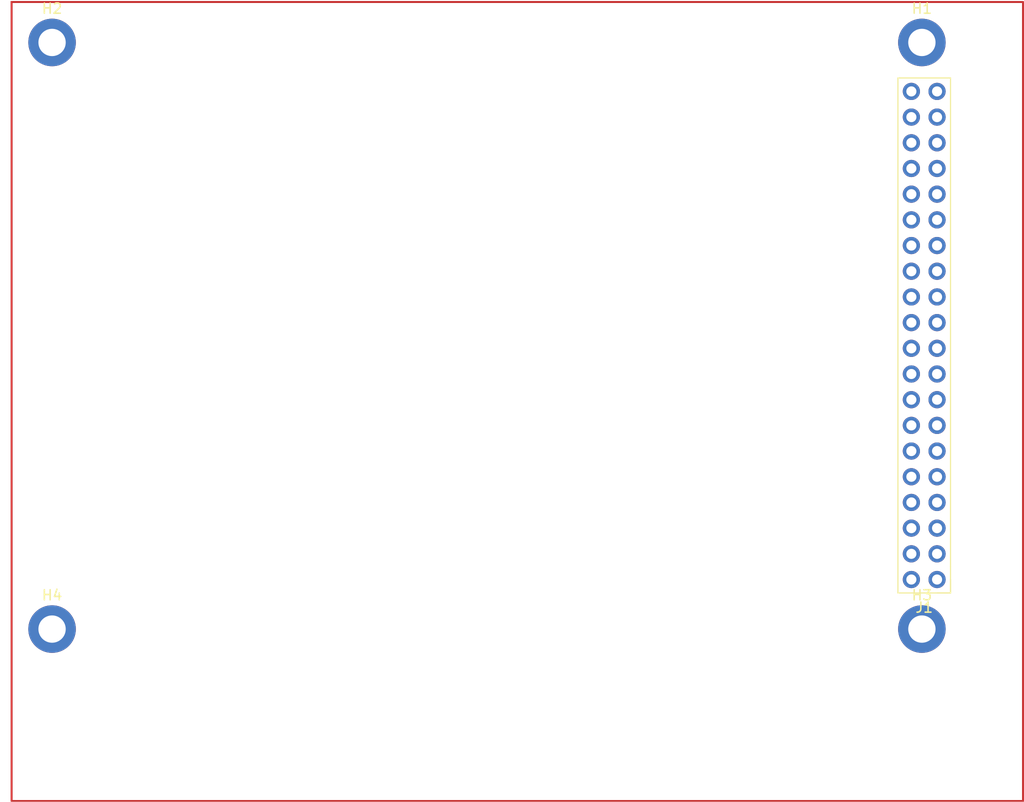
<source format=kicad_pcb>
(kicad_pcb (version 20240108) (generator "pcbnew") (generator_version "8.0")
  (layers (0 "F.Cu" signal) (31 "B.Cu" signal) (34 "B.Paste" user) (35 "F.Paste" user) (36 "B.SilkS" user "B.Silkscreen") (37 "F.SilkS" user "F.Silkscreen") (38 "B.Mask" user) (39 "F.Mask" user) (44 "Edge.Cuts" user))
  (net 0 "")
  (footprint "MountingHole:MountingHole_2.7mm_M2.5_DIN965_Pad" (layer "F.Cu") (at 79 33)
    (property "Reference" "H2" (at 0 -3.35 0) (layer "F.SilkS"))
    (property "Value" "MountingHole")
    (pad "1" thru_hole circle (at 0 0) (size 4.7 4.7) (drill 2.7) (layers "*.Cu" "*.Mask"))
  )
  (footprint "MountingHole:MountingHole_2.7mm_M2.5_DIN965_Pad" (layer "F.Cu") (at 79 91)
    (property "Reference" "H4" (at 0 -3.35 0) (layer "F.SilkS"))
    (property "Value" "MountingHole")
    (pad "1" thru_hole circle (at 0 0) (size 4.7 4.7) (drill 2.7) (layers "*.Cu" "*.Mask"))
  )
  (footprint "JetsonNanoExpansionFootprints:JetsonNanoPinHeaderFootprint" (layer "F.Cu") (at 166.5 38.68)
    (property "Reference" "J1" (at -1.27 50.19 0) (layer "F.SilkS"))
    (property "Value" "JetsonNanoPinHeader")
    (fp_line (start -3.87 -2.17) (end 1.33 -2.17) (stroke (width 0.12)) (layer "F.SilkS"))
    (fp_line (start -3.87 48.75) (end -3.87 -2.17) (stroke (width 0.12)) (layer "F.SilkS"))
    (fp_line (start -3.87 48.75) (end -1.27 48.75) (stroke (width 0.12)) (layer "F.SilkS"))
    (fp_line (start -1.27 48.75) (end 1.33 48.75) (stroke (width 0.12)) (layer "F.SilkS"))
    (fp_line (start 0 48.75) (end 1.33 48.75) (stroke (width 0.12)) (layer "F.SilkS"))
    (fp_line (start 1.33 46.15) (end 1.33 -2.17) (stroke (width 0.12)) (layer "F.SilkS"))
    (fp_line (start 1.33 48.75) (end 1.33 46.15) (stroke (width 0.12)) (layer "F.SilkS"))
    (fp_line (start 1.33 48.75) (end 1.33 47.42) (stroke (width 0.12)) (layer "F.SilkS"))
    (pad "1" thru_hole oval (at 0 47.42) (size 1.7 1.7) (drill 1) (layers "*.Cu" "*.Mask"))
    (pad "2" thru_hole oval (at -2.54 47.42) (size 1.7 1.7) (drill 1) (layers "*.Cu" "*.Mask"))
    (pad "3" thru_hole oval (at 0 44.88) (size 1.7 1.7) (drill 1) (layers "*.Cu" "*.Mask"))
    (pad "4" thru_hole oval (at -2.54 44.88) (size 1.7 1.7) (drill 1) (layers "*.Cu" "*.Mask"))
    (pad "5" thru_hole oval (at 0 42.34) (size 1.7 1.7) (drill 1) (layers "*.Cu" "*.Mask"))
    (pad "6" thru_hole oval (at -2.54 42.34) (size 1.7 1.7) (drill 1) (layers "*.Cu" "*.Mask"))
    (pad "7" thru_hole oval (at 0 39.8) (size 1.7 1.7) (drill 1) (layers "*.Cu" "*.Mask"))
    (pad "8" thru_hole oval (at -2.54 39.8) (size 1.7 1.7) (drill 1) (layers "*.Cu" "*.Mask"))
    (pad "9" thru_hole oval (at 0 37.26) (size 1.7 1.7) (drill 1) (layers "*.Cu" "*.Mask"))
    (pad "10" thru_hole oval (at -2.54 37.26) (size 1.7 1.7) (drill 1) (layers "*.Cu" "*.Mask"))
    (pad "11" thru_hole oval (at 0 34.72) (size 1.7 1.7) (drill 1) (layers "*.Cu" "*.Mask"))
    (pad "12" thru_hole oval (at -2.54 34.72) (size 1.7 1.7) (drill 1) (layers "*.Cu" "*.Mask"))
    (pad "13" thru_hole oval (at 0 32.18) (size 1.7 1.7) (drill 1) (layers "*.Cu" "*.Mask"))
    (pad "14" thru_hole oval (at -2.54 32.18) (size 1.7 1.7) (drill 1) (layers "*.Cu" "*.Mask"))
    (pad "15" thru_hole oval (at 0 29.64) (size 1.7 1.7) (drill 1) (layers "*.Cu" "*.Mask"))
    (pad "16" thru_hole oval (at -2.54 29.64) (size 1.7 1.7) (drill 1) (layers "*.Cu" "*.Mask"))
    (pad "17" thru_hole oval (at 0 27.1) (size 1.7 1.7) (drill 1) (layers "*.Cu" "*.Mask"))
    (pad "18" thru_hole oval (at -2.54 27.1) (size 1.7 1.7) (drill 1) (layers "*.Cu" "*.Mask"))
    (pad "19" thru_hole oval (at 0 24.56) (size 1.7 1.7) (drill 1) (layers "*.Cu" "*.Mask"))
    (pad "20" thru_hole oval (at -2.54 24.56) (size 1.7 1.7) (drill 1) (layers "*.Cu" "*.Mask"))
    (pad "21" thru_hole oval (at 0 22.02) (size 1.7 1.7) (drill 1) (layers "*.Cu" "*.Mask"))
    (pad "22" thru_hole oval (at -2.54 22.02) (size 1.7 1.7) (drill 1) (layers "*.Cu" "*.Mask"))
    (pad "23" thru_hole oval (at 0 19.48) (size 1.7 1.7) (drill 1) (layers "*.Cu" "*.Mask"))
    (pad "24" thru_hole oval (at -2.54 19.48) (size 1.7 1.7) (drill 1) (layers "*.Cu" "*.Mask"))
    (pad "25" thru_hole oval (at 0 16.94) (size 1.7 1.7) (drill 1) (layers "*.Cu" "*.Mask"))
    (pad "26" thru_hole oval (at -2.54 16.94) (size 1.7 1.7) (drill 1) (layers "*.Cu" "*.Mask"))
    (pad "27" thru_hole oval (at 0 14.4) (size 1.7 1.7) (drill 1) (layers "*.Cu" "*.Mask"))
    (pad "28" thru_hole oval (at -2.54 14.4) (size 1.7 1.7) (drill 1) (layers "*.Cu" "*.Mask"))
    (pad "29" thru_hole oval (at 0 11.86) (size 1.7 1.7) (drill 1) (layers "*.Cu" "*.Mask"))
    (pad "30" thru_hole oval (at -2.54 11.86) (size 1.7 1.7) (drill 1) (layers "*.Cu" "*.Mask"))
    (pad "31" thru_hole oval (at 0 9.32) (size 1.7 1.7) (drill 1) (layers "*.Cu" "*.Mask"))
    (pad "32" thru_hole oval (at -2.54 9.32) (size 1.7 1.7) (drill 1) (layers "*.Cu" "*.Mask"))
    (pad "33" thru_hole oval (at 0 6.78) (size 1.7 1.7) (drill 1) (layers "*.Cu" "*.Mask"))
    (pad "34" thru_hole oval (at -2.54 6.78) (size 1.7 1.7) (drill 1) (layers "*.Cu" "*.Mask"))
    (pad "35" thru_hole oval (at 0 4.24) (size 1.7 1.7) (drill 1) (layers "*.Cu" "*.Mask"))
    (pad "36" thru_hole oval (at -2.54 4.24) (size 1.7 1.7) (drill 1) (layers "*.Cu" "*.Mask"))
    (pad "37" thru_hole oval (at 0 1.7) (size 1.7 1.7) (drill 1) (layers "*.Cu" "*.Mask"))
    (pad "38" thru_hole oval (at -2.54 1.7) (size 1.7 1.7) (drill 1) (layers "*.Cu" "*.Mask"))
    (pad "39" thru_hole oval (at 0 -0.84) (size 1.7 1.7) (drill 1) (layers "*.Cu" "*.Mask"))
    (pad "40" thru_hole oval (at -2.54 -0.84) (size 1.7 1.7) (drill 1) (layers "*.Cu" "*.Mask"))
  )
  (footprint "MountingHole:MountingHole_2.7mm_M2.5_DIN965_Pad" (layer "F.Cu") (at 165 91)
    (property "Reference" "H3" (at 0 -3.35 0) (layer "F.SilkS"))
    (property "Value" "MountingHole")
    (pad "1" thru_hole circle (at 0 0) (size 4.7 4.7) (drill 2.7) (layers "*.Cu" "*.Mask"))
  )
  (footprint "MountingHole:MountingHole_2.7mm_M2.5_DIN965_Pad" (layer "F.Cu") (at 165 33)
    (property "Reference" "H1" (at 0 -3.35 0) (layer "F.SilkS"))
    (property "Value" "MountingHole")
    (pad "1" thru_hole circle (at 0 0) (size 4.7 4.7) (drill 2.7) (layers "*.Cu" "*.Mask"))
  )
  (gr_rect (start 75 29) (end 175 108) (stroke (width 0.2)) (fill none) (layer "F.Cu"))
)
</source>
